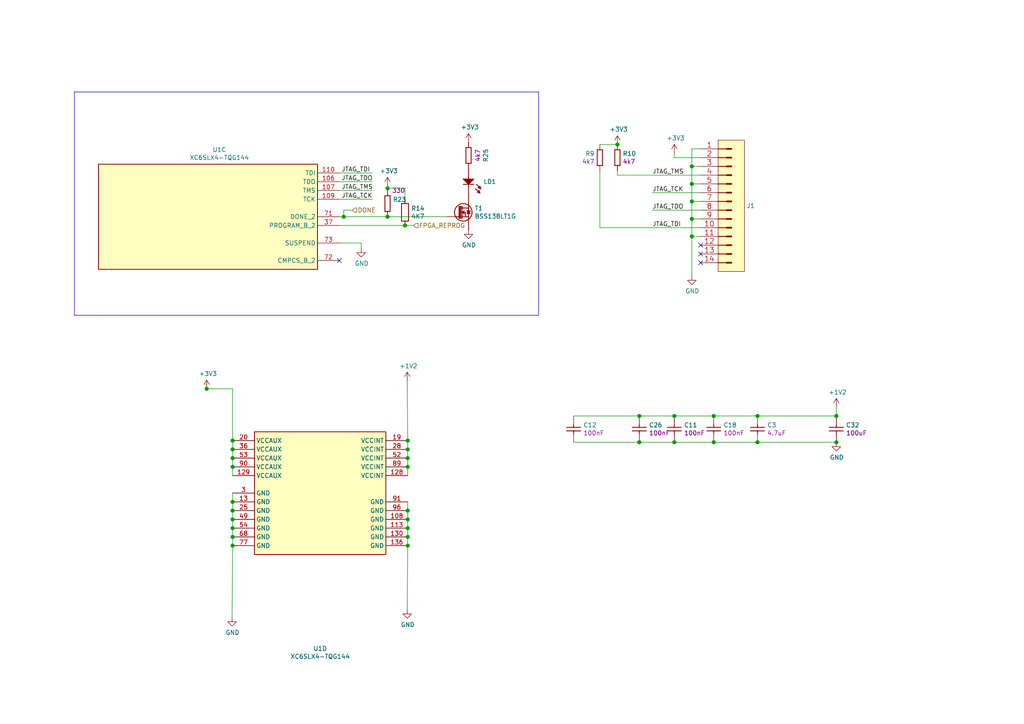
<source format=kicad_sch>
(kicad_sch (version 20200828) (generator eeschema)
  (page 4 7)
  (paper "A4")
  (junction (at 59.944 112.776) (diameter 1.016))
  (junction (at 67.4624 127.7874) (diameter 1.016))
  (junction (at 67.4624 130.3274) (diameter 1.016))
  (junction (at 67.4624 132.8674) (diameter 1.016))
  (junction (at 67.4624 135.4074) (diameter 1.016))
  (junction (at 67.4624 145.5674) (diameter 1.016))
  (junction (at 67.4624 148.1074) (diameter 1.016))
  (junction (at 67.4624 150.6474) (diameter 1.016))
  (junction (at 67.4624 153.1874) (diameter 1.016))
  (junction (at 67.4624 155.7274) (diameter 1.016))
  (junction (at 67.4624 158.2674) (diameter 1.016))
  (junction (at 99.695 62.865) (diameter 1.016))
  (junction (at 112.395 54.61) (diameter 1.016))
  (junction (at 112.395 62.865) (diameter 1.016))
  (junction (at 117.475 65.405) (diameter 1.016))
  (junction (at 118.2624 127.7874) (diameter 1.016))
  (junction (at 118.2624 130.3274) (diameter 1.016))
  (junction (at 118.2624 132.8674) (diameter 1.016))
  (junction (at 118.2624 135.4074) (diameter 1.016))
  (junction (at 118.2624 148.1074) (diameter 1.016))
  (junction (at 118.2624 150.6474) (diameter 1.016))
  (junction (at 118.2624 153.1874) (diameter 1.016))
  (junction (at 118.2624 155.7274) (diameter 1.016))
  (junction (at 118.2624 158.2674) (diameter 1.016))
  (junction (at 179.07 41.91) (diameter 1.016))
  (junction (at 185.42 120.65) (diameter 1.016))
  (junction (at 185.42 128.27) (diameter 1.016))
  (junction (at 195.58 120.65) (diameter 1.016))
  (junction (at 195.58 128.27) (diameter 1.016))
  (junction (at 200.66 48.26) (diameter 1.016))
  (junction (at 200.66 53.34) (diameter 1.016))
  (junction (at 200.66 58.42) (diameter 1.016))
  (junction (at 200.66 63.5) (diameter 1.016))
  (junction (at 200.66 68.58) (diameter 1.016))
  (junction (at 207.01 120.65) (diameter 1.016))
  (junction (at 207.01 128.27) (diameter 1.016))
  (junction (at 219.71 120.65) (diameter 1.016))
  (junction (at 219.71 128.27) (diameter 1.016))
  (junction (at 242.57 120.65) (diameter 1.016))
  (junction (at 242.57 128.27) (diameter 1.016))
  (no_connect (at 203.2 71.12))
  (no_connect (at 203.2 76.2))
  (no_connect (at 203.2 73.66))
  (no_connect (at 98.425 75.565))
  (wire (pts (xy 59.69 112.776) (xy 59.944 112.776)))
  (wire (pts (xy 59.944 112.776) (xy 67.4624 112.776)))
  (wire (pts (xy 67.4624 127.7874) (xy 67.4624 112.776)))
  (wire (pts (xy 67.4624 130.3274) (xy 67.4624 127.7874)))
  (wire (pts (xy 67.4624 132.8674) (xy 67.4624 130.3274)))
  (wire (pts (xy 67.4624 135.4074) (xy 67.4624 132.8674)))
  (wire (pts (xy 67.4624 137.9474) (xy 67.4624 135.4074)))
  (wire (pts (xy 67.4624 143.0274) (xy 67.4624 145.5674)))
  (wire (pts (xy 67.4624 145.5674) (xy 67.4624 148.1074)))
  (wire (pts (xy 67.4624 148.1074) (xy 67.4624 150.6474)))
  (wire (pts (xy 67.4624 150.6474) (xy 67.4624 153.1874)))
  (wire (pts (xy 67.4624 153.1874) (xy 67.4624 155.7274)))
  (wire (pts (xy 67.4624 155.7274) (xy 67.4624 158.2674)))
  (wire (pts (xy 67.4624 158.2674) (xy 67.31 179.07)))
  (wire (pts (xy 98.425 50.165) (xy 107.95 50.165)))
  (wire (pts (xy 98.425 52.705) (xy 107.95 52.705)))
  (wire (pts (xy 98.425 55.245) (xy 107.95 55.245)))
  (wire (pts (xy 98.425 57.785) (xy 107.95 57.785)))
  (wire (pts (xy 98.425 62.865) (xy 99.695 62.865)))
  (wire (pts (xy 98.425 65.405) (xy 117.475 65.405)))
  (wire (pts (xy 98.425 70.485) (xy 104.775 70.485)))
  (wire (pts (xy 99.695 60.96) (xy 99.695 62.865)))
  (wire (pts (xy 99.695 62.865) (xy 112.395 62.865)))
  (wire (pts (xy 102.235 60.96) (xy 99.695 60.96)))
  (wire (pts (xy 104.775 70.485) (xy 104.775 72.009)))
  (wire (pts (xy 112.395 53.975) (xy 112.395 54.61)))
  (wire (pts (xy 112.395 54.61) (xy 112.395 55.245)))
  (wire (pts (xy 112.395 54.61) (xy 117.475 54.61)))
  (wire (pts (xy 112.395 62.865) (xy 129.54 62.865)))
  (wire (pts (xy 117.475 54.61) (xy 117.475 57.785)))
  (wire (pts (xy 117.475 65.405) (xy 120.015 65.405)))
  (wire (pts (xy 118.11 110.49) (xy 118.2624 127.7874)))
  (wire (pts (xy 118.237 148.1328) (xy 118.2624 148.1328)))
  (wire (pts (xy 118.2624 127.7874) (xy 118.2624 130.3274)))
  (wire (pts (xy 118.2624 130.3274) (xy 118.2624 132.8674)))
  (wire (pts (xy 118.2624 132.8674) (xy 118.2624 135.4074)))
  (wire (pts (xy 118.2624 135.4074) (xy 118.2624 137.9474)))
  (wire (pts (xy 118.2624 145.5674) (xy 118.2624 148.1074)))
  (wire (pts (xy 118.2624 148.1074) (xy 118.2624 150.6474)))
  (wire (pts (xy 118.2624 150.6474) (xy 118.2624 153.1874)))
  (wire (pts (xy 118.2624 153.1874) (xy 118.2624 155.7274)))
  (wire (pts (xy 118.2624 155.7274) (xy 118.2624 158.2674)))
  (wire (pts (xy 118.2624 158.2674) (xy 118.11 176.784)))
  (wire (pts (xy 166.37 120.65) (xy 185.42 120.65)))
  (wire (pts (xy 166.37 128.27) (xy 185.42 128.27)))
  (wire (pts (xy 173.99 49.53) (xy 173.99 66.04)))
  (wire (pts (xy 173.99 66.04) (xy 203.2 66.04)))
  (wire (pts (xy 179.07 41.91) (xy 173.99 41.91)))
  (wire (pts (xy 179.07 49.53) (xy 179.07 50.8)))
  (wire (pts (xy 179.07 50.8) (xy 203.2 50.8)))
  (wire (pts (xy 185.42 120.65) (xy 195.58 120.65)))
  (wire (pts (xy 185.42 128.27) (xy 195.58 128.27)))
  (wire (pts (xy 189.23 55.88) (xy 203.2 55.88)))
  (wire (pts (xy 189.23 60.96) (xy 203.2 60.96)))
  (wire (pts (xy 195.58 45.72) (xy 195.58 44.45)))
  (wire (pts (xy 195.58 120.65) (xy 207.01 120.65)))
  (wire (pts (xy 195.58 128.27) (xy 207.01 128.27)))
  (wire (pts (xy 200.66 43.18) (xy 200.66 48.26)))
  (wire (pts (xy 200.66 48.26) (xy 200.66 53.34)))
  (wire (pts (xy 200.66 53.34) (xy 200.66 58.42)))
  (wire (pts (xy 200.66 58.42) (xy 200.66 63.5)))
  (wire (pts (xy 200.66 63.5) (xy 200.66 68.58)))
  (wire (pts (xy 200.66 68.58) (xy 200.66 80.01)))
  (wire (pts (xy 203.2 43.18) (xy 200.66 43.18)))
  (wire (pts (xy 203.2 45.72) (xy 195.58 45.72)))
  (wire (pts (xy 203.2 48.26) (xy 200.66 48.26)))
  (wire (pts (xy 203.2 53.34) (xy 200.66 53.34)))
  (wire (pts (xy 203.2 58.42) (xy 200.66 58.42)))
  (wire (pts (xy 203.2 63.5) (xy 200.66 63.5)))
  (wire (pts (xy 203.2 68.58) (xy 200.66 68.58)))
  (wire (pts (xy 207.01 128.27) (xy 219.71 128.27)))
  (wire (pts (xy 219.71 120.65) (xy 207.01 120.65)))
  (wire (pts (xy 219.71 120.65) (xy 242.57 120.65)))
  (wire (pts (xy 219.71 128.27) (xy 242.57 128.27)))
  (wire (pts (xy 242.57 118.11) (xy 242.57 120.65)))
  (polyline (pts (xy 21.59 26.67) (xy 21.59 91.44)) (stroke (width 0) (type solid)))
  (polyline (pts (xy 21.59 91.44) (xy 29.21 91.44)) (stroke (width 0) (type solid)))
  (polyline (pts (xy 27.94 91.44) (xy 156.21 91.44)) (stroke (width 0) (type solid)))
  (polyline (pts (xy 156.21 26.67) (xy 21.59 26.67)) (stroke (width 0) (type solid)))
  (polyline (pts (xy 156.21 91.44) (xy 156.21 26.67)) (stroke (width 0) (type solid)))
  (label "JTAG_TDI" (at 99.06 50.165 0))
  (label "JTAG_TDO" (at 99.06 52.705 0))
  (label "JTAG_TMS" (at 99.06 55.245 0))
  (label "JTAG_TCK" (at 99.06 57.785 0))
  (label "JTAG_TMS" (at 189.23 50.8 0))
  (label "JTAG_TCK" (at 189.23 55.88 0))
  (label "JTAG_TDO" (at 189.23 60.96 0))
  (label "JTAG_TDI" (at 189.23 66.04 0))
  (hierarchical_label "DONE" (shape input) (at 102.235 60.96 0))
  (hierarchical_label "FPGA_REPROG" (shape input) (at 120.015 65.405 0))
  (symbol (lib_id "LCD_Board-rescue:+3V3-power") (at 59.944 112.776 0) (unit 1)
    (property "Reference" "#PWR070" (effects hide))
    (property "Value" "+3V3" (at 60.325 108.3818 0))
  )
  (symbol (lib_id "LCD_Board-rescue:+3V3-power") (at 112.395 53.975 0) (unit 1)
    (property "Reference" "#PWR073" (effects hide))
    (property "Value" "+3V3" (at 112.776 49.5808 0))
  )
  (symbol (lib_id "power:+1V2") (at 118.11 110.49 0) (unit 1)
    (property "Reference" "#PWR074" (effects hide))
    (property "Value" "+1V2" (at 118.4783 106.1656 0))
  )
  (symbol (lib_id "LCD_Board-rescue:+3V3-power") (at 135.89 41.275 0) (unit 1)
    (property "Reference" "#PWR076" (effects hide))
    (property "Value" "+3V3" (at 136.271 36.8808 0))
  )
  (symbol (lib_id "LCD_Board-rescue:+3V3-power") (at 179.07 41.91 0) (unit 1)
    (property "Reference" "#PWR078" (effects hide))
    (property "Value" "+3V3" (at 179.451 37.5158 0))
  )
  (symbol (lib_id "LCD_Board-rescue:+3V3-power") (at 195.58 44.45 0) (unit 1)
    (property "Reference" "#PWR079" (effects hide))
    (property "Value" "+3V3" (at 195.961 40.0558 0))
  )
  (symbol (lib_id "power:+1V2") (at 242.57 118.11 0) (unit 1)
    (property "Reference" "#PWR081" (effects hide))
    (property "Value" "+1V2" (at 242.9383 113.7856 0))
  )
  (symbol (lib_id "LCD_Board-rescue:GND-power") (at 67.31 179.07 0) (unit 1)
    (property "Reference" "#PWR071" (effects hide))
    (property "Value" "GND" (at 67.437 183.4642 0))
  )
  (symbol (lib_id "LCD_Board-rescue:GND-power") (at 104.775 72.009 0) (unit 1)
    (property "Reference" "#PWR072" (effects hide))
    (property "Value" "GND" (at 104.902 76.4032 0))
  )
  (symbol (lib_id "LCD_Board-rescue:GND-power") (at 118.11 176.784 0) (unit 1)
    (property "Reference" "#PWR075" (effects hide))
    (property "Value" "GND" (at 118.237 181.1782 0))
  )
  (symbol (lib_id "LCD_Board-rescue:GND-power") (at 135.89 66.675 0) (unit 1)
    (property "Reference" "#PWR077" (effects hide))
    (property "Value" "GND" (at 136.017 71.0692 0))
  )
  (symbol (lib_id "LCD_Board-rescue:GND-power") (at 200.66 80.01 0) (unit 1)
    (property "Reference" "#PWR080" (effects hide))
    (property "Value" "GND" (at 200.787 84.4042 0))
  )
  (symbol (lib_id "LCD_Board-rescue:GND-power") (at 242.57 128.27 0) (unit 1)
    (property "Reference" "#PWR082" (effects hide))
    (property "Value" "GND" (at 242.697 132.6642 0))
  )
  (symbol (lib_id "LCD_Board-rescue:R0402_330R_1%_0.0625W_100PPM-Resistors_SMD") (at 112.395 55.245 270) (unit 1)
    (property "Reference" "R23" (at 113.919 57.8866 90) (effects (justify left)))
    (property "Value" "R0402_330R_1%_0.0625W_100PPM" (effects hide))
    (property "Footprint" "Resistor_SMD:R_0603_1608Metric_Pad0.99x1.00mm_HandSolder" (effects hide))
    (property "Datasheet" " " (effects hide))
    (property "Val" "330" (at 113.665 55.245 90) (effects (justify left)))
    (property "Part Number" "R0402_330R_1%_0.0625W_100PPM" (effects hide))
    (property "Library Ref" "Resistor - 1%" (effects hide))
    (property "Library Path" "SchLib\\Resistors.SchLib" (effects hide))
    (property "Comment" "330" (effects hide))
    (property "Component Kind" "Standard" (effects hide))
    (property "Component Type" "Standard" (effects hide))
    (property "PackageDescription" " " (effects hide))
    (property "Pin Count" "2" (effects hide))
    (property "Footprint Path" "PcbLib\\Resistors SMD.PcbLib" (effects hide))
    (property "Footprint Ref" "RESC1005X40N" (effects hide))
    (property "Status" "Not Recommended" (effects hide))
    (property "Power" "0.0625W" (effects hide))
    (property "TC" "±100ppm/°C" (effects hide))
    (property "Voltage" " " (effects hide))
    (property "Tolerance" "±1%" (effects hide))
    (property "Part Description" "General Purpose Thick Film Chip Resistor" (effects hide))
    (property "Manufacturer" "GENERIC" (effects hide))
    (property "Manufacturer Part Number" "R0402_330R_1%_0.0625W_100PPM" (effects hide))
    (property "Case" "0402" (effects hide))
    (property "PressFit" "No" (effects hide))
    (property "Mounted" "Yes" (effects hide))
    (property "Sense Comment" " " (effects hide))
    (property "Sense" "No" (effects hide))
    (property "Status Comment" " " (effects hide))
    (property "Socket" "No" (effects hide))
    (property "SMD" "Yes" (effects hide))
    (property "ComponentHeight" " " (effects hide))
    (property "Manufacturer1 Example" "YAGEO PHYCOMP" (effects hide))
    (property "Manufacturer1 Part Number" "232270673301L" (effects hide))
    (property "Manufacturer1 ComponentHeight" "0.4mm" (effects hide))
    (property "Author" "CERN DEM JLC" (effects hide))
    (property "CreateDate" "12/03/07 00:00:00" (effects hide))
    (property "LatestRevisionDate" "10/17/12 00:00:00" (effects hide))
    (property "Database Table Name" "Resistors" (effects hide))
    (property "Library Name" "Resistors SMD" (effects hide))
    (property "Footprint Library" "Resistors SMD" (effects hide))
    (property "License" "This work is licensed under the Creative Commons CC-BY-SA 4.0 License. To the extent that circuit schematics that use Licensed Material can be considered to be ‘Adapted Material’, then the copyright holder waives article 3.b of the license with respect to these schematics." (effects hide))
  )
  (symbol (lib_id "LCD_Board-rescue:R0402_4K7_1%_0.0625W_100PPM-Resistors_SMD") (at 135.89 41.275 270) (unit 1)
    (property "Reference" "R25" (at 140.8938 45.085 0))
    (property "Value" "R0402_4K7_1%_0.0625W_100PPM" (effects hide))
    (property "Footprint" "Resistor_SMD:R_0603_1608Metric_Pad0.99x1.00mm_HandSolder" (effects hide))
    (property "Datasheet" " " (effects hide))
    (property "Val" "4k7" (at 138.5824 45.085 0))
    (property "Part Number" "R0402_4K7_1%_0.0625W_100PPM" (effects hide))
    (property "Library Ref" "Resistor - 1%" (effects hide))
    (property "Library Path" "SchLib\\Resistors.SchLib" (effects hide))
    (property "Comment" "4k7" (effects hide))
    (property "Component Kind" "Standard" (effects hide))
    (property "Component Type" "Standard" (effects hide))
    (property "PackageDescription" " " (effects hide))
    (property "Pin Count" "2" (effects hide))
    (property "Footprint Path" "PcbLib\\Resistors SMD.PcbLib" (effects hide))
    (property "Footprint Ref" "RESC1005X40N" (effects hide))
    (property "Status" "Not Recommended" (effects hide))
    (property "Power" "0.0625W" (effects hide))
    (property "TC" "±100ppm/°C" (effects hide))
    (property "Voltage" " " (effects hide))
    (property "Tolerance" "±1%" (effects hide))
    (property "Part Description" "General Purpose Thick Film Chip Resistor" (effects hide))
    (property "Manufacturer" "GENERIC" (effects hide))
    (property "Manufacturer Part Number" "R0402_4K7_1%_0.0625W_100PPM" (effects hide))
    (property "Case" "0402" (effects hide))
    (property "PressFit" "No" (effects hide))
    (property "Mounted" "Yes" (effects hide))
    (property "Sense Comment" " " (effects hide))
    (property "Sense" "No" (effects hide))
    (property "Status Comment" " " (effects hide))
    (property "Socket" "No" (effects hide))
    (property "SMD" "Yes" (effects hide))
    (property "ComponentHeight" " " (effects hide))
    (property "Manufacturer1 Example" "YAGEO PHYCOMP" (effects hide))
    (property "Manufacturer1 Part Number" "232270674702L" (effects hide))
    (property "Manufacturer1 ComponentHeight" "0.4mm" (effects hide))
    (property "Author" "CERN DEM JLC" (effects hide))
    (property "CreateDate" "12/03/07 00:00:00" (effects hide))
    (property "LatestRevisionDate" "10/17/12 00:00:00" (effects hide))
    (property "Database Table Name" "Resistors SMD" (effects hide))
    (property "Library Name" "Resistors.DbLib" (effects hide))
    (property "Footprint Library" "Resistors SMD" (effects hide))
    (property "License" "This work is licensed under the Creative Commons CC-BY-SA 4.0 License. To the extent that circuit schematics that use Licensed Material can be considered to be ‘Adapted Material’, then the copyright holder waives article 3.b of the license with respect to these schematics." (effects hide))
  )
  (symbol (lib_id "LCD_Board-rescue:R0402_4K7_1%_0.0625W_100PPM-Resistors_SMD") (at 173.99 41.91 270) (unit 1)
    (property "Reference" "R9" (at 172.466 44.5516 90) (effects (justify right)))
    (property "Value" "R0402_4K7_1%_0.0625W_100PPM" (effects hide))
    (property "Footprint" "Resistor_SMD:R_0603_1608Metric_Pad0.99x1.00mm_HandSolder" (effects hide))
    (property "Datasheet" " " (effects hide))
    (property "Val" "4k7" (at 172.466 46.863 90) (effects (justify right)))
    (property "Part Number" "R0402_4K7_1%_0.0625W_100PPM" (effects hide))
    (property "Library Ref" "Resistor - 1%" (effects hide))
    (property "Library Path" "SchLib\\Resistors.SchLib" (effects hide))
    (property "Comment" "4k7" (effects hide))
    (property "Component Kind" "Standard" (effects hide))
    (property "Component Type" "Standard" (effects hide))
    (property "PackageDescription" " " (effects hide))
    (property "Pin Count" "2" (effects hide))
    (property "Footprint Path" "PcbLib\\Resistors SMD.PcbLib" (effects hide))
    (property "Footprint Ref" "RESC1005X40N" (effects hide))
    (property "Status" "Not Recommended" (effects hide))
    (property "Power" "0.0625W" (effects hide))
    (property "TC" "±100ppm/°C" (effects hide))
    (property "Voltage" " " (effects hide))
    (property "Tolerance" "±1%" (effects hide))
    (property "Part Description" "General Purpose Thick Film Chip Resistor" (effects hide))
    (property "Manufacturer" "GENERIC" (effects hide))
    (property "Manufacturer Part Number" "R0402_4K7_1%_0.0625W_100PPM" (effects hide))
    (property "Case" "0402" (effects hide))
    (property "PressFit" "No" (effects hide))
    (property "Mounted" "Yes" (effects hide))
    (property "Sense Comment" " " (effects hide))
    (property "Sense" "No" (effects hide))
    (property "Status Comment" " " (effects hide))
    (property "Socket" "No" (effects hide))
    (property "SMD" "Yes" (effects hide))
    (property "ComponentHeight" " " (effects hide))
    (property "Manufacturer1 Example" "YAGEO PHYCOMP" (effects hide))
    (property "Manufacturer1 Part Number" "232270674702L" (effects hide))
    (property "Manufacturer1 ComponentHeight" "0.4mm" (effects hide))
    (property "Author" "CERN DEM JLC" (effects hide))
    (property "CreateDate" "12/03/07 00:00:00" (effects hide))
    (property "LatestRevisionDate" "10/17/12 00:00:00" (effects hide))
    (property "Database Table Name" "Resistors SMD" (effects hide))
    (property "Library Name" "Resistors.DbLib" (effects hide))
    (property "Footprint Library" "Resistors SMD" (effects hide))
    (property "License" "This work is licensed under the Creative Commons CC-BY-SA 4.0 License. To the extent that circuit schematics that use Licensed Material can be considered to be ‘Adapted Material’, then the copyright holder waives article 3.b of the license with respect to these schematics." (effects hide))
  )
  (symbol (lib_id "LCD_Board-rescue:R0402_4K7_1%_0.0625W_100PPM-Resistors_SMD") (at 179.07 41.91 270) (unit 1)
    (property "Reference" "R10" (at 180.594 44.5516 90) (effects (justify left)))
    (property "Value" "R0402_4K7_1%_0.0625W_100PPM" (effects hide))
    (property "Footprint" "Resistor_SMD:R_0603_1608Metric_Pad0.99x1.00mm_HandSolder" (effects hide))
    (property "Datasheet" " " (effects hide))
    (property "Val" "4k7" (at 180.594 46.863 90) (effects (justify left)))
    (property "Part Number" "R0402_4K7_1%_0.0625W_100PPM" (effects hide))
    (property "Library Ref" "Resistor - 1%" (effects hide))
    (property "Library Path" "SchLib\\Resistors.SchLib" (effects hide))
    (property "Comment" "4k7" (effects hide))
    (property "Component Kind" "Standard" (effects hide))
    (property "Component Type" "Standard" (effects hide))
    (property "PackageDescription" " " (effects hide))
    (property "Pin Count" "2" (effects hide))
    (property "Footprint Path" "PcbLib\\Resistors SMD.PcbLib" (effects hide))
    (property "Footprint Ref" "RESC1005X40N" (effects hide))
    (property "Status" "Not Recommended" (effects hide))
    (property "Power" "0.0625W" (effects hide))
    (property "TC" "±100ppm/°C" (effects hide))
    (property "Voltage" " " (effects hide))
    (property "Tolerance" "±1%" (effects hide))
    (property "Part Description" "General Purpose Thick Film Chip Resistor" (effects hide))
    (property "Manufacturer" "GENERIC" (effects hide))
    (property "Manufacturer Part Number" "R0402_4K7_1%_0.0625W_100PPM" (effects hide))
    (property "Case" "0402" (effects hide))
    (property "PressFit" "No" (effects hide))
    (property "Mounted" "Yes" (effects hide))
    (property "Sense Comment" " " (effects hide))
    (property "Sense" "No" (effects hide))
    (property "Status Comment" " " (effects hide))
    (property "Socket" "No" (effects hide))
    (property "SMD" "Yes" (effects hide))
    (property "ComponentHeight" " " (effects hide))
    (property "Manufacturer1 Example" "YAGEO PHYCOMP" (effects hide))
    (property "Manufacturer1 Part Number" "232270674702L" (effects hide))
    (property "Manufacturer1 ComponentHeight" "0.4mm" (effects hide))
    (property "Author" "CERN DEM JLC" (effects hide))
    (property "CreateDate" "12/03/07 00:00:00" (effects hide))
    (property "LatestRevisionDate" "10/17/12 00:00:00" (effects hide))
    (property "Database Table Name" "Resistors SMD" (effects hide))
    (property "Library Name" "Resistors.DbLib" (effects hide))
    (property "Footprint Library" "Resistors SMD" (effects hide))
    (property "License" "This work is licensed under the Creative Commons CC-BY-SA 4.0 License. To the extent that circuit schematics that use Licensed Material can be considered to be ‘Adapted Material’, then the copyright holder waives article 3.b of the license with respect to these schematics." (effects hide))
  )
  (symbol (lib_id "Device:R") (at 117.475 61.595 0) (unit 1)
    (property "Reference" "R14" (at 119.253 60.446 0) (effects (justify left)))
    (property "Value" "4K7" (at 119.253 62.744 0) (effects (justify left)))
    (property "Footprint" "Resistor_SMD:R_0603_1608Metric_Pad0.99x1.00mm_HandSolder" (effects hide))
  )
  (symbol (lib_id "LCD_Board-rescue:CC0201_100NF_6.3V_10%_X5R-Capacitors_SMD") (at 166.37 120.65 270) (unit 1)
    (property "Reference" "C12" (at 169.164 123.2916 90) (effects (justify left)))
    (property "Value" "CC0201_100NF_6.3V_10%_X5R" (effects hide))
    (property "Footprint" "Capacitor_SMD:C_0603_1608Metric_Pad0.99x1.00mm_HandSolder" (effects hide))
    (property "Datasheet" " " (effects hide))
    (property "Val" "100nF" (at 169.164 125.603 90) (effects (justify left)))
    (property "Part Number" "CC0201_100NF_6.3V_10%_X5R" (effects hide))
    (property "Library Ref" "Capacitor - non polarized" (effects hide))
    (property "Library Path" "SchLib\\Capacitors.SchLib" (effects hide))
    (property "Comment" "100nF" (effects hide))
    (property "Component Kind" "Standard" (effects hide))
    (property "Component Type" "Standard" (effects hide))
    (property "Pin Count" "2" (effects hide))
    (property "Footprint Path" "PcbLib\\Capacitors SMD.PcbLib" (effects hide))
    (property "Footprint Ref" "CAPC0603X33N" (effects hide))
    (property "PackageDescription" " " (effects hide))
    (property "Status" "Not Recommended" (effects hide))
    (property "Status Comment" " " (effects hide))
    (property "Voltage" "6.3V" (effects hide))
    (property "TC" "X5R" (effects hide))
    (property "Tolerance" "±10%" (effects hide))
    (property "Part Description" "SMD Multilayer Chip Ceramic Capacitor" (effects hide))
    (property "Manufacturer" "GENERIC" (effects hide))
    (property "Manufacturer Part Number" "CC0201_100NF_6.3V_10%_X5R" (effects hide))
    (property "Case" "0201" (effects hide))
    (property "Mounted" "Yes" (effects hide))
    (property "Socket" "No" (effects hide))
    (property "SMD" "Yes" (effects hide))
    (property "PressFit" " " (effects hide))
    (property "Sense" "No" (effects hide))
    (property "Sense Comment" " " (effects hide))
    (property "ComponentHeight" " " (effects hide))
    (property "Manufacturer1 Example" "AVX" (effects hide))
    (property "Manufacturer1 Part Number" "02016D104KAT2A" (effects hide))
    (property "Manufacturer1 ComponentHeight" "0.33mm" (effects hide))
    (property "Author" "CERN DEM JLC" (effects hide))
    (property "CreateDate" "12/03/07 00:00:00" (effects hide))
    (property "LatestRevisionDate" "12/03/07 00:00:00" (effects hide))
    (property "Database Table Name" "Capacitors SMD" (effects hide))
    (property "Library Name" "Capacitors.DbLib" (effects hide))
    (property "Footprint Library" "Capacitors SMD" (effects hide))
    (property "License" "This work is licensed under the Creative Commons CC-BY-SA 4.0 License. To the extent that circuit schematics that use Licensed Material can be considered to be ‘Adapted Material’, then the copyright holder waives article 3.b of the license with respect to these schematics." (effects hide))
  )
  (symbol (lib_id "LCD_Board-rescue:CC0201_100NF_6.3V_10%_X5R-Capacitors_SMD") (at 185.42 120.65 270) (unit 1)
    (property "Reference" "C26" (at 188.214 123.2916 90) (effects (justify left)))
    (property "Value" "CC0201_100NF_6.3V_10%_X5R" (effects hide))
    (property "Footprint" "Capacitor_SMD:C_0603_1608Metric_Pad0.99x1.00mm_HandSolder" (effects hide))
    (property "Datasheet" " " (effects hide))
    (property "Val" "100nF" (at 188.214 125.603 90) (effects (justify left)))
    (property "Part Number" "CC0201_100NF_6.3V_10%_X5R" (effects hide))
    (property "Library Ref" "Capacitor - non polarized" (effects hide))
    (property "Library Path" "SchLib\\Capacitors.SchLib" (effects hide))
    (property "Comment" "100nF" (effects hide))
    (property "Component Kind" "Standard" (effects hide))
    (property "Component Type" "Standard" (effects hide))
    (property "Pin Count" "2" (effects hide))
    (property "Footprint Path" "PcbLib\\Capacitors SMD.PcbLib" (effects hide))
    (property "Footprint Ref" "CAPC0603X33N" (effects hide))
    (property "PackageDescription" " " (effects hide))
    (property "Status" "Not Recommended" (effects hide))
    (property "Status Comment" " " (effects hide))
    (property "Voltage" "6.3V" (effects hide))
    (property "TC" "X5R" (effects hide))
    (property "Tolerance" "±10%" (effects hide))
    (property "Part Description" "SMD Multilayer Chip Ceramic Capacitor" (effects hide))
    (property "Manufacturer" "GENERIC" (effects hide))
    (property "Manufacturer Part Number" "CC0201_100NF_6.3V_10%_X5R" (effects hide))
    (property "Case" "0201" (effects hide))
    (property "Mounted" "Yes" (effects hide))
    (property "Socket" "No" (effects hide))
    (property "SMD" "Yes" (effects hide))
    (property "PressFit" " " (effects hide))
    (property "Sense" "No" (effects hide))
    (property "Sense Comment" " " (effects hide))
    (property "ComponentHeight" " " (effects hide))
    (property "Manufacturer1 Example" "AVX" (effects hide))
    (property "Manufacturer1 Part Number" "02016D104KAT2A" (effects hide))
    (property "Manufacturer1 ComponentHeight" "0.33mm" (effects hide))
    (property "Author" "CERN DEM JLC" (effects hide))
    (property "CreateDate" "12/03/07 00:00:00" (effects hide))
    (property "LatestRevisionDate" "12/03/07 00:00:00" (effects hide))
    (property "Database Table Name" "Capacitors SMD" (effects hide))
    (property "Library Name" "Capacitors.DbLib" (effects hide))
    (property "Footprint Library" "Capacitors SMD" (effects hide))
    (property "License" "This work is licensed under the Creative Commons CC-BY-SA 4.0 License. To the extent that circuit schematics that use Licensed Material can be considered to be ‘Adapted Material’, then the copyright holder waives article 3.b of the license with respect to these schematics." (effects hide))
  )
  (symbol (lib_id "LCD_Board-rescue:CC0201_100NF_6.3V_10%_X5R-Capacitors_SMD") (at 195.58 120.65 270) (unit 1)
    (property "Reference" "C11" (at 198.374 123.2916 90) (effects (justify left)))
    (property "Value" "CC0201_100NF_6.3V_10%_X5R" (effects hide))
    (property "Footprint" "Capacitor_SMD:C_0603_1608Metric_Pad0.99x1.00mm_HandSolder" (effects hide))
    (property "Datasheet" " " (effects hide))
    (property "Val" "100nF" (at 198.374 125.603 90) (effects (justify left)))
    (property "Part Number" "CC0201_100NF_6.3V_10%_X5R" (effects hide))
    (property "Library Ref" "Capacitor - non polarized" (effects hide))
    (property "Library Path" "SchLib\\Capacitors.SchLib" (effects hide))
    (property "Comment" "100nF" (effects hide))
    (property "Component Kind" "Standard" (effects hide))
    (property "Component Type" "Standard" (effects hide))
    (property "Pin Count" "2" (effects hide))
    (property "Footprint Path" "PcbLib\\Capacitors SMD.PcbLib" (effects hide))
    (property "Footprint Ref" "CAPC0603X33N" (effects hide))
    (property "PackageDescription" " " (effects hide))
    (property "Status" "Not Recommended" (effects hide))
    (property "Status Comment" " " (effects hide))
    (property "Voltage" "6.3V" (effects hide))
    (property "TC" "X5R" (effects hide))
    (property "Tolerance" "±10%" (effects hide))
    (property "Part Description" "SMD Multilayer Chip Ceramic Capacitor" (effects hide))
    (property "Manufacturer" "GENERIC" (effects hide))
    (property "Manufacturer Part Number" "CC0201_100NF_6.3V_10%_X5R" (effects hide))
    (property "Case" "0201" (effects hide))
    (property "Mounted" "Yes" (effects hide))
    (property "Socket" "No" (effects hide))
    (property "SMD" "Yes" (effects hide))
    (property "PressFit" " " (effects hide))
    (property "Sense" "No" (effects hide))
    (property "Sense Comment" " " (effects hide))
    (property "ComponentHeight" " " (effects hide))
    (property "Manufacturer1 Example" "AVX" (effects hide))
    (property "Manufacturer1 Part Number" "02016D104KAT2A" (effects hide))
    (property "Manufacturer1 ComponentHeight" "0.33mm" (effects hide))
    (property "Author" "CERN DEM JLC" (effects hide))
    (property "CreateDate" "12/03/07 00:00:00" (effects hide))
    (property "LatestRevisionDate" "12/03/07 00:00:00" (effects hide))
    (property "Database Table Name" "Capacitors SMD" (effects hide))
    (property "Library Name" "Capacitors.DbLib" (effects hide))
    (property "Footprint Library" "Capacitors SMD" (effects hide))
    (property "License" "This work is licensed under the Creative Commons CC-BY-SA 4.0 License. To the extent that circuit schematics that use Licensed Material can be considered to be ‘Adapted Material’, then the copyright holder waives article 3.b of the license with respect to these schematics." (effects hide))
  )
  (symbol (lib_id "LCD_Board-rescue:CC0201_100NF_6.3V_10%_X5R-Capacitors_SMD") (at 207.01 120.65 270) (unit 1)
    (property "Reference" "C18" (at 209.804 123.2916 90) (effects (justify left)))
    (property "Value" "CC0201_100NF_6.3V_10%_X5R" (effects hide))
    (property "Footprint" "Capacitor_SMD:C_0603_1608Metric_Pad0.99x1.00mm_HandSolder" (effects hide))
    (property "Datasheet" " " (effects hide))
    (property "Val" "100nF" (at 209.804 125.603 90) (effects (justify left)))
    (property "Part Number" "CC0201_100NF_6.3V_10%_X5R" (effects hide))
    (property "Library Ref" "Capacitor - non polarized" (effects hide))
    (property "Library Path" "SchLib\\Capacitors.SchLib" (effects hide))
    (property "Comment" "100nF" (effects hide))
    (property "Component Kind" "Standard" (effects hide))
    (property "Component Type" "Standard" (effects hide))
    (property "Pin Count" "2" (effects hide))
    (property "Footprint Path" "PcbLib\\Capacitors SMD.PcbLib" (effects hide))
    (property "Footprint Ref" "CAPC0603X33N" (effects hide))
    (property "PackageDescription" " " (effects hide))
    (property "Status" "Not Recommended" (effects hide))
    (property "Status Comment" " " (effects hide))
    (property "Voltage" "6.3V" (effects hide))
    (property "TC" "X5R" (effects hide))
    (property "Tolerance" "±10%" (effects hide))
    (property "Part Description" "SMD Multilayer Chip Ceramic Capacitor" (effects hide))
    (property "Manufacturer" "GENERIC" (effects hide))
    (property "Manufacturer Part Number" "CC0201_100NF_6.3V_10%_X5R" (effects hide))
    (property "Case" "0201" (effects hide))
    (property "Mounted" "Yes" (effects hide))
    (property "Socket" "No" (effects hide))
    (property "SMD" "Yes" (effects hide))
    (property "PressFit" " " (effects hide))
    (property "Sense" "No" (effects hide))
    (property "Sense Comment" " " (effects hide))
    (property "ComponentHeight" " " (effects hide))
    (property "Manufacturer1 Example" "AVX" (effects hide))
    (property "Manufacturer1 Part Number" "02016D104KAT2A" (effects hide))
    (property "Manufacturer1 ComponentHeight" "0.33mm" (effects hide))
    (property "Author" "CERN DEM JLC" (effects hide))
    (property "CreateDate" "12/03/07 00:00:00" (effects hide))
    (property "LatestRevisionDate" "12/03/07 00:00:00" (effects hide))
    (property "Database Table Name" "Capacitors SMD" (effects hide))
    (property "Library Name" "Capacitors.DbLib" (effects hide))
    (property "Footprint Library" "Capacitors SMD" (effects hide))
    (property "License" "This work is licensed under the Creative Commons CC-BY-SA 4.0 License. To the extent that circuit schematics that use Licensed Material can be considered to be ‘Adapted Material’, then the copyright holder waives article 3.b of the license with respect to these schematics." (effects hide))
  )
  (symbol (lib_id "LCD_Board-rescue:CC0402_4.7UF_6.3V_20%_X5R-Capacitors_SMD") (at 219.71 120.65 270) (unit 1)
    (property "Reference" "C3" (at 222.504 123.2916 90) (effects (justify left)))
    (property "Value" "CC0402_4.7UF_6.3V_20%_X5R" (effects hide))
    (property "Footprint" "Capacitor_SMD:C_0603_1608Metric_Pad0.99x1.00mm_HandSolder" (effects hide))
    (property "Datasheet" " " (effects hide))
    (property "Val" "4.7uF" (at 222.504 125.603 90) (effects (justify left)))
    (property "Part Number" "CC0402_4.7UF_6.3V_20%_X5R" (effects hide))
    (property "Library Ref" "Capacitor - non polarized" (effects hide))
    (property "Library Path" "SchLib\\Capacitors.SchLib" (effects hide))
    (property "Comment" "4.7uF" (effects hide))
    (property "Component Kind" "Standard" (effects hide))
    (property "Component Type" "Standard" (effects hide))
    (property "Pin Count" "2" (effects hide))
    (property "Footprint Path" "PcbLib\\Capacitors SMD.PcbLib" (effects hide))
    (property "Footprint Ref" "CAPC1005X55N" (effects hide))
    (property "PackageDescription" " " (effects hide))
    (property "Status" "Preferred" (effects hide))
    (property "Status Comment" " " (effects hide))
    (property "Voltage" "6.3V" (effects hide))
    (property "TC" "X5R" (effects hide))
    (property "Tolerance" "±20%" (effects hide))
    (property "Part Description" "SMD Multilayer Chip Ceramic Capacitor" (effects hide))
    (property "Manufacturer" "GENERIC" (effects hide))
    (property "Manufacturer Part Number" "CC0402_4.7UF_6.3V_20%_X5R" (effects hide))
    (property "Case" "0402" (effects hide))
    (property "Mounted" "Yes" (effects hide))
    (property "Socket" "No" (effects hide))
    (property "SMD" "Yes" (effects hide))
    (property "PressFit" " " (effects hide))
    (property "Sense" "No" (effects hide))
    (property "Sense Comment" " " (effects hide))
    (property "ComponentHeight" " " (effects hide))
    (property "Manufacturer1 Example" "TDK" (effects hide))
    (property "Manufacturer1 Part Number" "C1005X5R0J475M050BC" (effects hide))
    (property "Manufacturer1 ComponentHeight" "0.65mm" (effects hide))
    (property "Author" "CERN DEM JLC" (effects hide))
    (property "CreateDate" "03/03/15 00:00:00" (effects hide))
    (property "LatestRevisionDate" "03/03/15 00:00:00" (effects hide))
    (property "Database Table Name" "Capacitors SMD" (effects hide))
    (property "Library Name" "Capacitors.DbLib" (effects hide))
    (property "Footprint Library" "Capacitors SMD" (effects hide))
    (property "License" "This work is licensed under the Creative Commons CC-BY-SA 4.0 License. To the extent that circuit schematics that use Licensed Material can be considered to be ‘Adapted Material’, then the copyright holder waives article 3.b of the license with respect to these schematics." (effects hide))
  )
  (symbol (lib_id "LCD_Board-rescue:CC1206_100UF_6.3V_20%_X5R-Capacitors_SMD") (at 242.57 120.65 270) (unit 1)
    (property "Reference" "C32" (at 245.364 123.2916 90) (effects (justify left)))
    (property "Value" "CC1206_100UF_6.3V_20%_X5R" (effects hide))
    (property "Footprint" "Capacitor_SMD:C_0603_1608Metric_Pad0.99x1.00mm_HandSolder" (effects hide))
    (property "Datasheet" " " (effects hide))
    (property "Val" "100uF" (at 245.364 125.603 90) (effects (justify left)))
    (property "Part Number" "CC1206_100UF_6.3V_20%_X5R" (effects hide))
    (property "Library Ref" "Capacitor - non polarized" (effects hide))
    (property "Library Path" "SchLib\\Capacitors.SchLib" (effects hide))
    (property "Comment" "100uF" (effects hide))
    (property "Component Kind" "Standard" (effects hide))
    (property "Component Type" "Standard" (effects hide))
    (property "Pin Count" "2" (effects hide))
    (property "Footprint Path" "PcbLib\\Capacitors SMD.PcbLib" (effects hide))
    (property "Footprint Ref" "CAPC3216X180N" (effects hide))
    (property "PackageDescription" " " (effects hide))
    (property "Status" "None" (effects hide))
    (property "Status Comment" " " (effects hide))
    (property "Voltage" "6.3V" (effects hide))
    (property "TC" "X5R" (effects hide))
    (property "Tolerance" "±10%" (effects hide))
    (property "Part Description" "SMD Multilayer Chip Ceramic Capacitor" (effects hide))
    (property "Manufacturer" "GENERIC" (effects hide))
    (property "Manufacturer Part Number" "CC1206_100UF_6.3V_20%_X5R" (effects hide))
    (property "Case" "1206" (effects hide))
    (property "Mounted" "Yes" (effects hide))
    (property "Socket" "No" (effects hide))
    (property "SMD" "Yes" (effects hide))
    (property "PressFit" " " (effects hide))
    (property "Sense" "No" (effects hide))
    (property "Sense Comment" " " (effects hide))
    (property "ComponentHeight" " " (effects hide))
    (property "Manufacturer1 Example" "KEMET" (effects hide))
    (property "Manufacturer1 Part Number" "C1206C107M9PACTU" (effects hide))
    (property "Manufacturer1 ComponentHeight" "1.8mm" (effects hide))
    (property "Author" "CERN DEM JLC" (effects hide))
    (property "CreateDate" "09/26/12 00:00:00" (effects hide))
    (property "LatestRevisionDate" "09/26/12 00:00:00" (effects hide))
    (property "Database Table Name" "Capacitors SMD" (effects hide))
    (property "Library Name" "Capacitors.DbLib" (effects hide))
    (property "Footprint Library" "Capacitors SMD" (effects hide))
    (property "License" "This work is licensed under the Creative Commons CC-BY-SA 4.0 License. To the extent that circuit schematics that use Licensed Material can be considered to be ‘Adapted Material’, then the copyright holder waives article 3.b of the license with respect to these schematics." (effects hide))
  )
  (symbol (lib_id "LCD_Board-rescue:LED_KINGBRIGHT_KPH-1608CGCK-LEDs_&_Displays") (at 135.89 52.705 270) (unit 1)
    (property "Reference" "LD1" (at 140.208 52.705 90) (effects (justify left)))
    (property "Value" "LED_KINGBRIGHT_KPH-1608CGCK" (effects hide))
    (property "Footprint" "LED_SMD:LED_0603_1608Metric" (effects hide))
    (property "Datasheet" " " (effects hide))
    (property "Color" "Green" (effects hide))
    (property "Part Number" "LED_KINGBRIGHT_KPH-1608CGCK" (effects hide))
    (property "Library Ref" "LED Green 1C 2A" (effects hide))
    (property "Library Path" "SchLib\\LEDs & Displays.SchLib" (effects hide))
    (property "Comment" " " (effects hide))
    (property "Component Kind" "Standard" (effects hide))
    (property "Component Type" "Standard" (effects hide))
    (property "Device" " " (effects hide))
    (property "PackageDescription" "SMT Green LED, Case 0603, Body L 1.6 x W 0.8mm H 0.65mm" (effects hide))
    (property "Status" " " (effects hide))
    (property "Part Description" "SMD Green LED, Case 1.6mmX0.8mm(0603), 0.65mm Thickness" (effects hide))
    (property "Manufacturer" "KINGBRIGHT" (effects hide))
    (property "Manufacturer Part Number" "KPH-1608CGCK" (effects hide))
    (property "Pin Count" "2" (effects hide))
    (property "Case" " " (effects hide))
    (property "Mounted" "Yes" (effects hide))
    (property "Socket" "No" (effects hide))
    (property "SMD" "Yes" (effects hide))
    (property "PressFit" "No" (effects hide))
    (property "Sense Comment" " " (effects hide))
    (property "Sense" "No" (effects hide))
    (property "Bonding" "No" (effects hide))
    (property "Status Comment" " " (effects hide))
    (property "ComponentHeight" "0.65mm" (effects hide))
    (property "Footprint Path" "PcbLib\\ICs And Semiconductors SMD.PcbLib" (effects hide))
    (property "Footprint Ref" "LED_KINGBRIGHT_KPH-1608CGCK" (effects hide))
    (property "ComponentLink1Description" " " (effects hide))
    (property "ComponentLink2Description" " " (effects hide))
    (property "Author" "CERN DEM JLC" (effects hide))
    (property "CreateDate" "07/03/17 00:00:00" (effects hide))
    (property "LatestRevisionDate" "07/03/17 00:00:00" (effects hide))
    (property "Database Table Name" "ICs And Semiconductors" (effects hide))
    (property "Library Name" "LEDs & Displays" (effects hide))
    (property "Footprint Library" "ICs And Semiconductors SMD" (effects hide))
    (property "License" "This work is licensed under the Creative Commons CC-BY-SA 4.0 License. To the extent that circuit schematics that use Licensed Material can be considered to be ‘Adapted Material’, then the copyright holder waives article 3.b of the license with respect to these schematics." (effects hide))
  )
  (symbol (lib_id "LCD_Board-rescue:BSS138LT1G-Transistors") (at 129.54 62.865 0) (unit 1)
    (property "Reference" "T1" (at 137.668 60.4266 0) (effects (justify left)))
    (property "Value" "BSS138LT1G" (at 137.668 62.738 0) (effects (justify left)))
    (property "Footprint" "Package_TO_SOT_SMD:SOT-23_Handsoldering" (effects hide))
    (property "Datasheet" " " (effects hide))
    (property "Part Number" "BSS138LT1G" (effects hide))
    (property "Library Ref" "N-MOSFET-D 1G 2S 3D" (effects hide))
    (property "Library Path" "SchLib\\Transistors.SchLib" (effects hide))
    (property "Comment" "BSS138LT1G" (effects hide))
    (property "Component Kind" "Standard" (effects hide))
    (property "Component Type" "Standard" (effects hide))
    (property "Device" "BSS138LT1G" (effects hide))
    (property "PackageDescription" "SOT23, 0.95mm Pitch; 3 Pin, 1.40mm W X 3.00mm L X 1.10mm H body, IPC Medium Density" (effects hide))
    (property "Status" " " (effects hide))
    (property "Part Description" "50V 200mA N-Channel Enhancement Mode Field-Effect Transistor" (effects hide))
    (property "Manufacturer" "ON SEMICONDUCTOR" (effects hide))
    (property "Manufacturer Part Number" "BSS138LT1G" (effects hide))
    (property "Pin Count" "3" (effects hide))
    (property "Case" "SOT23-3" (effects hide))
    (property "Mounted" "Yes" (effects hide))
    (property "Socket" "No" (effects hide))
    (property "PressFit" "No" (effects hide))
    (property "SMD" "Yes" (effects hide))
    (property "Sense" "No" (effects hide))
    (property "Sense Comment" " " (effects hide))
    (property "Bonding" "No" (effects hide))
    (property "Status Comment" " " (effects hide))
    (property "ComponentHeight" "1.11mm" (effects hide))
    (property "Footprint Path" "PcbLib\\ICs And Semiconductors SMD.PcbLib" (effects hide))
    (property "Footprint Ref" "SOT95P240X110-3N" (effects hide))
    (property "ComponentLink1Description" " " (effects hide))
    (property "ComponentLink2Description" " " (effects hide))
    (property "Author" "CERN DEM JLC" (effects hide))
    (property "CreateDate" "03/23/09 00:00:00" (effects hide))
    (property "LatestRevisionDate" "03/23/09 00:00:00" (effects hide))
    (property "SCEM" " " (effects hide))
    (property "Database Table Name" "ICs And Semiconductors" (effects hide))
    (property "Library Name" "Transistors" (effects hide))
    (property "Footprint Library" "ICs And Semiconductors SMD" (effects hide))
    (property "License" "This work is licensed under the Creative Commons CC-BY-SA 4.0 License. To the extent that circuit schematics that use Licensed Material can be considered to be ‘Adapted Material’, then the copyright holder waives article 3.b of the license with respect to these schematics." (effects hide))
    (property "lcsc" " 	C8490" (effects hide))
  )
  (symbol (lib_id "LCD_Board-rescue:MOLEX_87833-1420-MOLEX") (at 208.28 40.64 0) (unit 1)
    (property "Reference" "J1" (at 216.5351 59.69 0) (effects (justify left)))
    (property "Value" "MOLEX_87833-1420-MOLEX" (effects hide))
    (property "Footprint" "lcd_cern:MOLEX_87833-1420" (effects hide))
    (property "Family" "Milli-Grid™" (effects hide))
    (property "Part Number" "MOLEX_87833-1420" (effects hide))
    (property "Library Ref" "Connector 14 Male" (effects hide))
    (property "Library Path" "SchLib\\Connectors.SchLib" (effects hide))
    (property "Comment" " " (effects hide))
    (property "Component Kind" "Standard" (effects hide))
    (property "Component Type" "Standard" (effects hide))
    (property "PackageDescription" " " (effects hide))
    (property "Pin Count" "14" (effects hide))
    (property "Case" " " (effects hide))
    (property "Footprint Path" "PcbLib\\MOLEX THD.PcbLib" (effects hide))
    (property "Footprint Ref" "MOLEX_87833-1420" (effects hide))
    (property "Mounted" "Yes" (effects hide))
    (property "Socket" "No" (effects hide))
    (property "SMD" "No" (effects hide))
    (property "PressFit" "No" (effects hide))
    (property "Sense" "No" (effects hide))
    (property "Sense Comment" " " (effects hide))
    (property "Status" "None" (effects hide))
    (property "Status Comment" " " (effects hide))
    (property "SCEM" " " (effects hide))
    (property "Device" " " (effects hide))
    (property "Part Description" "2.00mm (.079\") Pitch Milli-Grid™ Header, Right Angle, Shrouded, Center Polarization Slot, Locking Window, 14 Circuits" (effects hide))
    (property "Manufacturer" "MOLEX" (effects hide))
    (property "Manufacturer Part Number" "87833-1420" (effects hide))
    (property "ComponentHeight" "6.3mm" (effects hide))
    (property "ComponentLink1Description" " " (effects hide))
    (property "ComponentLink2Description" " " (effects hide))
    (property "Author" "CERN DEM JLC" (effects hide))
    (property "CreateDate" "01/12/09 00:00:00" (effects hide))
    (property "LatestRevisionDate" "01/12/09 00:00:00" (effects hide))
    (property "Database Table Name" "Connectors" (effects hide))
    (property "Library Name" "MOLEX" (effects hide))
    (property "Footprint Library" "MOLEX THD" (effects hide))
    (property "License" "This work is licensed under the Creative Commons CC-BY-SA 4.0 License. To the extent that circuit schematics that use Licensed Material can be considered to be ‘Adapted Material’, then the copyright holder waives article 3.b of the license with respect to these schematics." (effects hide))
  )
  (symbol (lib_id "FPGA_Xilinx_Spartan6:XC6SLX4-TQG144") (at 92.8624 143.0274 0) (unit 4)
    (property "Reference" "U1" (at 92.8624 188.1188 0))
    (property "Value" "XC6SLX4-TQG144" (at 92.8624 190.4175 0))
    (property "Footprint" "Package_QFP:LQFP-144_20x20mm_P0.5mm" (effects hide))
    (property "Manufacturer Part Number" "XC6SLX4-TQG144" (effects hide))
    (property "lcsc" " 	C169796" (effects hide))
  )
  (symbol (lib_id "FPGA_Xilinx_Spartan6:XC6SLX4-TQG144") (at 60.325 62.865 0) (unit 3)
    (property "Reference" "U1" (at 63.627 43.4148 0))
    (property "Value" "XC6SLX4-TQG144" (at 63.627 45.7135 0))
    (property "Footprint" "Package_QFP:LQFP-144_20x20mm_P0.5mm" (effects hide))
    (property "Manufacturer Part Number" "XC6SLX4-TQG144" (effects hide))
    (property "lcsc" " 	C169796" (effects hide))
  )
)
</source>
